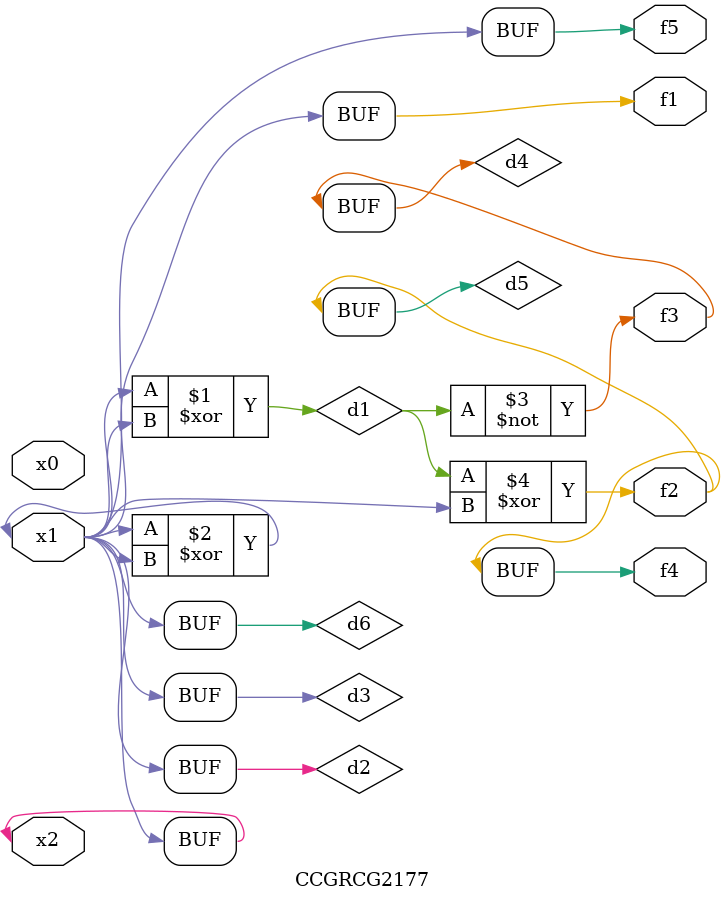
<source format=v>
module CCGRCG2177(
	input x0, x1, x2,
	output f1, f2, f3, f4, f5
);

	wire d1, d2, d3, d4, d5, d6;

	xor (d1, x1, x2);
	buf (d2, x1, x2);
	xor (d3, x1, x2);
	nor (d4, d1);
	xor (d5, d1, d2);
	buf (d6, d2, d3);
	assign f1 = d6;
	assign f2 = d5;
	assign f3 = d4;
	assign f4 = d5;
	assign f5 = d6;
endmodule

</source>
